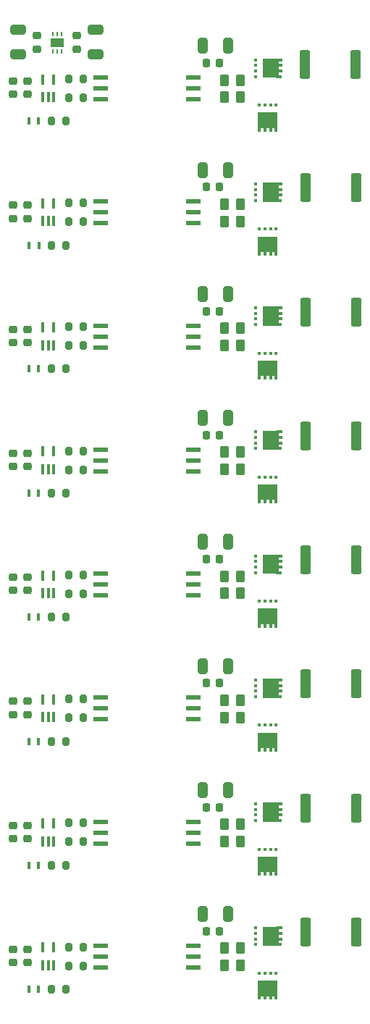
<source format=gbr>
%TF.GenerationSoftware,KiCad,Pcbnew,8.0.5*%
%TF.CreationDate,2024-10-04T12:38:31-05:00*%
%TF.ProjectId,bidirectional_load_switch,62696469-7265-4637-9469-6f6e616c5f6c,rev?*%
%TF.SameCoordinates,Original*%
%TF.FileFunction,Paste,Top*%
%TF.FilePolarity,Positive*%
%FSLAX46Y46*%
G04 Gerber Fmt 4.6, Leading zero omitted, Abs format (unit mm)*
G04 Created by KiCad (PCBNEW 8.0.5) date 2024-10-04 12:38:31*
%MOMM*%
%LPD*%
G01*
G04 APERTURE LIST*
G04 Aperture macros list*
%AMRoundRect*
0 Rectangle with rounded corners*
0 $1 Rounding radius*
0 $2 $3 $4 $5 $6 $7 $8 $9 X,Y pos of 4 corners*
0 Add a 4 corners polygon primitive as box body*
4,1,4,$2,$3,$4,$5,$6,$7,$8,$9,$2,$3,0*
0 Add four circle primitives for the rounded corners*
1,1,$1+$1,$2,$3*
1,1,$1+$1,$4,$5*
1,1,$1+$1,$6,$7*
1,1,$1+$1,$8,$9*
0 Add four rect primitives between the rounded corners*
20,1,$1+$1,$2,$3,$4,$5,0*
20,1,$1+$1,$4,$5,$6,$7,0*
20,1,$1+$1,$6,$7,$8,$9,0*
20,1,$1+$1,$8,$9,$2,$3,0*%
G04 Aperture macros list end*
%ADD10C,0.000000*%
%ADD11R,0.355600X1.168400*%
%ADD12R,1.701800X0.558800*%
%ADD13RoundRect,0.200000X-0.200000X-0.275000X0.200000X-0.275000X0.200000X0.275000X-0.200000X0.275000X0*%
%ADD14RoundRect,0.225000X-0.250000X0.225000X-0.250000X-0.225000X0.250000X-0.225000X0.250000X0.225000X0*%
%ADD15RoundRect,0.250000X-0.262500X-0.450000X0.262500X-0.450000X0.262500X0.450000X-0.262500X0.450000X0*%
%ADD16R,0.304800X0.431800*%
%ADD17R,2.254711X1.805591*%
%ADD18R,0.304800X0.652134*%
%ADD19RoundRect,0.250000X-0.325000X-0.650000X0.325000X-0.650000X0.325000X0.650000X-0.325000X0.650000X0*%
%ADD20RoundRect,0.225000X-0.225000X-0.250000X0.225000X-0.250000X0.225000X0.250000X-0.225000X0.250000X0*%
%ADD21R,0.457200X0.812800*%
%ADD22RoundRect,0.250000X-0.650000X0.325000X-0.650000X-0.325000X0.650000X-0.325000X0.650000X0.325000X0*%
%ADD23RoundRect,0.250000X0.362500X1.425000X-0.362500X1.425000X-0.362500X-1.425000X0.362500X-1.425000X0*%
%ADD24R,0.431800X0.304800*%
%ADD25R,1.805591X2.254711*%
%ADD26R,0.652134X0.304800*%
%ADD27R,0.254000X0.609600*%
%ADD28R,1.549400X1.016000*%
%ADD29RoundRect,0.225000X0.250000X-0.225000X0.250000X0.225000X-0.250000X0.225000X-0.250000X-0.225000X0*%
%ADD30RoundRect,0.250000X0.650000X-0.325000X0.650000X0.325000X-0.650000X0.325000X-0.650000X-0.325000X0*%
G04 APERTURE END LIST*
D10*
%TO.C,U304*%
G36*
X157327379Y-70551000D02*
G01*
X157022579Y-70550901D01*
X157022579Y-70144501D01*
X156677393Y-70144501D01*
X156677393Y-70550901D01*
X156372593Y-70550901D01*
X156372593Y-70144501D01*
X156027407Y-70144501D01*
X156027407Y-70550901D01*
X155722607Y-70550901D01*
X155722607Y-70144501D01*
X155377421Y-70144501D01*
X155377421Y-70550901D01*
X155072621Y-70550901D01*
X155073510Y-68341098D01*
X157326490Y-68341098D01*
X157327379Y-70551000D01*
G37*
%TO.C,U403*%
G36*
X157858860Y-76827553D02*
G01*
X157452460Y-76827553D01*
X157452460Y-77172739D01*
X157858860Y-77172739D01*
X157858860Y-77477539D01*
X157452460Y-77477539D01*
X157452460Y-77822725D01*
X157858860Y-77822725D01*
X157858860Y-78127525D01*
X157452460Y-78127525D01*
X157452460Y-78472711D01*
X157858860Y-78472711D01*
X157858860Y-78777511D01*
X155649057Y-78776622D01*
X155649057Y-76523642D01*
X157858959Y-76522753D01*
X157858860Y-76827553D01*
G37*
%TO.C,U204*%
G36*
X157327379Y-56051000D02*
G01*
X157022579Y-56050901D01*
X157022579Y-55644501D01*
X156677393Y-55644501D01*
X156677393Y-56050901D01*
X156372593Y-56050901D01*
X156372593Y-55644501D01*
X156027407Y-55644501D01*
X156027407Y-56050901D01*
X155722607Y-56050901D01*
X155722607Y-55644501D01*
X155377421Y-55644501D01*
X155377421Y-56050901D01*
X155072621Y-56050901D01*
X155073510Y-53841098D01*
X157326490Y-53841098D01*
X157327379Y-56051000D01*
G37*
%TO.C,U503*%
G36*
X157858860Y-91327553D02*
G01*
X157452460Y-91327553D01*
X157452460Y-91672739D01*
X157858860Y-91672739D01*
X157858860Y-91977539D01*
X157452460Y-91977539D01*
X157452460Y-92322725D01*
X157858860Y-92322725D01*
X157858860Y-92627525D01*
X157452460Y-92627525D01*
X157452460Y-92972711D01*
X157858860Y-92972711D01*
X157858860Y-93277511D01*
X155649057Y-93276622D01*
X155649057Y-91023642D01*
X157858959Y-91022753D01*
X157858860Y-91327553D01*
G37*
%TO.C,U703*%
G36*
X157858860Y-120327553D02*
G01*
X157452460Y-120327553D01*
X157452460Y-120672739D01*
X157858860Y-120672739D01*
X157858860Y-120977539D01*
X157452460Y-120977539D01*
X157452460Y-121322725D01*
X157858860Y-121322725D01*
X157858860Y-121627525D01*
X157452460Y-121627525D01*
X157452460Y-121972711D01*
X157858860Y-121972711D01*
X157858860Y-122277511D01*
X155649057Y-122276622D01*
X155649057Y-120023642D01*
X157858959Y-120022753D01*
X157858860Y-120327553D01*
G37*
%TO.C,U903*%
G36*
X157858860Y-149327553D02*
G01*
X157452460Y-149327553D01*
X157452460Y-149672739D01*
X157858860Y-149672739D01*
X157858860Y-149977539D01*
X157452460Y-149977539D01*
X157452460Y-150322725D01*
X157858860Y-150322725D01*
X157858860Y-150627525D01*
X157452460Y-150627525D01*
X157452460Y-150972711D01*
X157858860Y-150972711D01*
X157858860Y-151277511D01*
X155649057Y-151276622D01*
X155649057Y-149023642D01*
X157858959Y-149022753D01*
X157858860Y-149327553D01*
G37*
%TO.C,U303*%
G36*
X157858860Y-62327553D02*
G01*
X157452460Y-62327553D01*
X157452460Y-62672739D01*
X157858860Y-62672739D01*
X157858860Y-62977539D01*
X157452460Y-62977539D01*
X157452460Y-63322725D01*
X157858860Y-63322725D01*
X157858860Y-63627525D01*
X157452460Y-63627525D01*
X157452460Y-63972711D01*
X157858860Y-63972711D01*
X157858860Y-64277511D01*
X155649057Y-64276622D01*
X155649057Y-62023642D01*
X157858959Y-62022753D01*
X157858860Y-62327553D01*
G37*
%TO.C,U904*%
G36*
X157327379Y-157551000D02*
G01*
X157022579Y-157550901D01*
X157022579Y-157144501D01*
X156677393Y-157144501D01*
X156677393Y-157550901D01*
X156372593Y-157550901D01*
X156372593Y-157144501D01*
X156027407Y-157144501D01*
X156027407Y-157550901D01*
X155722607Y-157550901D01*
X155722607Y-157144501D01*
X155377421Y-157144501D01*
X155377421Y-157550901D01*
X155072621Y-157550901D01*
X155073510Y-155341098D01*
X157326490Y-155341098D01*
X157327379Y-157551000D01*
G37*
%TO.C,U203*%
G36*
X157858860Y-47827553D02*
G01*
X157452460Y-47827553D01*
X157452460Y-48172739D01*
X157858860Y-48172739D01*
X157858860Y-48477539D01*
X157452460Y-48477539D01*
X157452460Y-48822725D01*
X157858860Y-48822725D01*
X157858860Y-49127525D01*
X157452460Y-49127525D01*
X157452460Y-49472711D01*
X157858860Y-49472711D01*
X157858860Y-49777511D01*
X155649057Y-49776622D01*
X155649057Y-47523642D01*
X157858959Y-47522753D01*
X157858860Y-47827553D01*
G37*
%TO.C,U803*%
G36*
X157858860Y-134827553D02*
G01*
X157452460Y-134827553D01*
X157452460Y-135172739D01*
X157858860Y-135172739D01*
X157858860Y-135477539D01*
X157452460Y-135477539D01*
X157452460Y-135822725D01*
X157858860Y-135822725D01*
X157858860Y-136127525D01*
X157452460Y-136127525D01*
X157452460Y-136472711D01*
X157858860Y-136472711D01*
X157858860Y-136777511D01*
X155649057Y-136776622D01*
X155649057Y-134523642D01*
X157858959Y-134522753D01*
X157858860Y-134827553D01*
G37*
%TO.C,U404*%
G36*
X157327379Y-85051000D02*
G01*
X157022579Y-85050901D01*
X157022579Y-84644501D01*
X156677393Y-84644501D01*
X156677393Y-85050901D01*
X156372593Y-85050901D01*
X156372593Y-84644501D01*
X156027407Y-84644501D01*
X156027407Y-85050901D01*
X155722607Y-85050901D01*
X155722607Y-84644501D01*
X155377421Y-84644501D01*
X155377421Y-85050901D01*
X155072621Y-85050901D01*
X155073510Y-82841098D01*
X157326490Y-82841098D01*
X157327379Y-85051000D01*
G37*
%TO.C,U804*%
G36*
X157327379Y-143051000D02*
G01*
X157022579Y-143050901D01*
X157022579Y-142644501D01*
X156677393Y-142644501D01*
X156677393Y-143050901D01*
X156372593Y-143050901D01*
X156372593Y-142644501D01*
X156027407Y-142644501D01*
X156027407Y-143050901D01*
X155722607Y-143050901D01*
X155722607Y-142644501D01*
X155377421Y-142644501D01*
X155377421Y-143050901D01*
X155072621Y-143050901D01*
X155073510Y-140841098D01*
X157326490Y-140841098D01*
X157327379Y-143051000D01*
G37*
%TO.C,U604*%
G36*
X157327379Y-114051000D02*
G01*
X157022579Y-114050901D01*
X157022579Y-113644501D01*
X156677393Y-113644501D01*
X156677393Y-114050901D01*
X156372593Y-114050901D01*
X156372593Y-113644501D01*
X156027407Y-113644501D01*
X156027407Y-114050901D01*
X155722607Y-114050901D01*
X155722607Y-113644501D01*
X155377421Y-113644501D01*
X155377421Y-114050901D01*
X155072621Y-114050901D01*
X155073510Y-111841098D01*
X157326490Y-111841098D01*
X157327379Y-114051000D01*
G37*
%TO.C,U704*%
G36*
X157327379Y-128551000D02*
G01*
X157022579Y-128550901D01*
X157022579Y-128144501D01*
X156677393Y-128144501D01*
X156677393Y-128550901D01*
X156372593Y-128550901D01*
X156372593Y-128144501D01*
X156027407Y-128144501D01*
X156027407Y-128550901D01*
X155722607Y-128550901D01*
X155722607Y-128144501D01*
X155377421Y-128144501D01*
X155377421Y-128550901D01*
X155072621Y-128550901D01*
X155073510Y-126341098D01*
X157326490Y-126341098D01*
X157327379Y-128551000D01*
G37*
%TO.C,U603*%
G36*
X157858860Y-105827553D02*
G01*
X157452460Y-105827553D01*
X157452460Y-106172739D01*
X157858860Y-106172739D01*
X157858860Y-106477539D01*
X157452460Y-106477539D01*
X157452460Y-106822725D01*
X157858860Y-106822725D01*
X157858860Y-107127525D01*
X157452460Y-107127525D01*
X157452460Y-107472711D01*
X157858860Y-107472711D01*
X157858860Y-107777511D01*
X155649057Y-107776622D01*
X155649057Y-105523642D01*
X157858959Y-105522753D01*
X157858860Y-105827553D01*
G37*
%TO.C,U504*%
G36*
X157327379Y-99551000D02*
G01*
X157022579Y-99550901D01*
X157022579Y-99144501D01*
X156677393Y-99144501D01*
X156677393Y-99550901D01*
X156372593Y-99550901D01*
X156372593Y-99144501D01*
X156027407Y-99144501D01*
X156027407Y-99550901D01*
X155722607Y-99550901D01*
X155722607Y-99144501D01*
X155377421Y-99144501D01*
X155377421Y-99550901D01*
X155072621Y-99550901D01*
X155073510Y-97341098D01*
X157326490Y-97341098D01*
X157327379Y-99551000D01*
G37*
%TD*%
D11*
%TO.C,U601*%
X129900001Y-110041400D03*
X130550000Y-110041400D03*
X131199999Y-110041400D03*
X131199999Y-107958600D03*
X129900001Y-107958600D03*
%TD*%
D12*
%TO.C,U502*%
X136702700Y-93242800D03*
X136702700Y-94512800D03*
X136702700Y-95782800D03*
X147472300Y-95782800D03*
X147472300Y-94512800D03*
X147472300Y-93242800D03*
%TD*%
D13*
%TO.C,R901*%
X130925000Y-156350000D03*
X132575000Y-156350000D03*
%TD*%
D14*
%TO.C,C101*%
X133900000Y-44875000D03*
X133900000Y-46425000D03*
%TD*%
D11*
%TO.C,U801*%
X129900001Y-139041400D03*
X130550000Y-139041400D03*
X131199999Y-139041400D03*
X131199999Y-136958600D03*
X129900001Y-136958600D03*
%TD*%
D15*
%TO.C,R605*%
X151137500Y-110050000D03*
X152962500Y-110050000D03*
%TD*%
D14*
%TO.C,C501*%
X126400000Y-93675000D03*
X126400000Y-95225000D03*
%TD*%
D16*
%TO.C,U304*%
X157174979Y-67464999D03*
X156524993Y-67464999D03*
X155875007Y-67464999D03*
X155225021Y-67464999D03*
D17*
X156200132Y-69242041D03*
D18*
X155224989Y-70223995D03*
X156525625Y-70225625D03*
X155874375Y-70225625D03*
X157175011Y-70226067D03*
%TD*%
D11*
%TO.C,U701*%
X129900001Y-124541400D03*
X130550000Y-124541400D03*
X131199999Y-124541400D03*
X131199999Y-122458600D03*
X129900001Y-122458600D03*
%TD*%
D14*
%TO.C,C402*%
X128150000Y-79175000D03*
X128150000Y-80725000D03*
%TD*%
D15*
%TO.C,R404*%
X151137500Y-79050000D03*
X152962500Y-79050000D03*
%TD*%
%TO.C,R204*%
X151137500Y-50050000D03*
X152962500Y-50050000D03*
%TD*%
D12*
%TO.C,U202*%
X136702700Y-49742800D03*
X136702700Y-51012800D03*
X136702700Y-52282800D03*
X147472300Y-52282800D03*
X147472300Y-51012800D03*
X147472300Y-49742800D03*
%TD*%
D13*
%TO.C,R501*%
X130925000Y-98300000D03*
X132575000Y-98300000D03*
%TD*%
D19*
%TO.C,C703*%
X148600000Y-118550000D03*
X151550000Y-118550000D03*
%TD*%
D11*
%TO.C,U901*%
X129900001Y-153541400D03*
X130550000Y-153541400D03*
X131199999Y-153541400D03*
X131199999Y-151458600D03*
X129900001Y-151458600D03*
%TD*%
D12*
%TO.C,U802*%
X136702700Y-136742800D03*
X136702700Y-138012800D03*
X136702700Y-139282800D03*
X147472300Y-139282800D03*
X147472300Y-138012800D03*
X147472300Y-136742800D03*
%TD*%
D19*
%TO.C,C203*%
X148600000Y-46050000D03*
X151550000Y-46050000D03*
%TD*%
D13*
%TO.C,R801*%
X130925000Y-141850000D03*
X132575000Y-141850000D03*
%TD*%
%TO.C,R903*%
X132975000Y-153600000D03*
X134625000Y-153600000D03*
%TD*%
D15*
%TO.C,R205*%
X151137500Y-52050000D03*
X152962500Y-52050000D03*
%TD*%
D13*
%TO.C,R401*%
X130925000Y-83800000D03*
X132575000Y-83800000D03*
%TD*%
%TO.C,R703*%
X132975000Y-124600000D03*
X134625000Y-124600000D03*
%TD*%
D15*
%TO.C,R604*%
X151137500Y-108050000D03*
X152962500Y-108050000D03*
%TD*%
D20*
%TO.C,C304*%
X149000000Y-62550000D03*
X150550000Y-62550000D03*
%TD*%
D21*
%TO.C,LED701*%
X129421500Y-127350000D03*
X128278500Y-127350000D03*
%TD*%
D13*
%TO.C,R502*%
X132975000Y-93400000D03*
X134625000Y-93400000D03*
%TD*%
D21*
%TO.C,LED201*%
X129421500Y-54850000D03*
X128278500Y-54850000D03*
%TD*%
D12*
%TO.C,U402*%
X136702700Y-78742800D03*
X136702700Y-80012800D03*
X136702700Y-81282800D03*
X147472300Y-81282800D03*
X147472300Y-80012800D03*
X147472300Y-78742800D03*
%TD*%
D22*
%TO.C,C102*%
X136050000Y-44125000D03*
X136050000Y-47075000D03*
%TD*%
D20*
%TO.C,C904*%
X149000000Y-149550000D03*
X150550000Y-149550000D03*
%TD*%
D13*
%TO.C,R803*%
X132975000Y-139100000D03*
X134625000Y-139100000D03*
%TD*%
D19*
%TO.C,C403*%
X148600000Y-75050000D03*
X151550000Y-75050000D03*
%TD*%
D15*
%TO.C,R405*%
X151137500Y-81050000D03*
X152962500Y-81050000D03*
%TD*%
%TO.C,R704*%
X151137500Y-122550000D03*
X152962500Y-122550000D03*
%TD*%
D19*
%TO.C,C803*%
X148600000Y-133050000D03*
X151550000Y-133050000D03*
%TD*%
D20*
%TO.C,C804*%
X149000000Y-135050000D03*
X150550000Y-135050000D03*
%TD*%
D23*
%TO.C,RS105*%
X166512500Y-106150000D03*
X160587500Y-106150000D03*
%TD*%
D24*
%TO.C,U403*%
X154772958Y-76675153D03*
X154772958Y-77325139D03*
X154772958Y-77975125D03*
X154772958Y-78625111D03*
D25*
X156550000Y-77650000D03*
D26*
X157531954Y-78625143D03*
X157533584Y-77324507D03*
X157533584Y-77975757D03*
X157534026Y-76675121D03*
%TD*%
D16*
%TO.C,U204*%
X157174979Y-52964999D03*
X156524993Y-52964999D03*
X155875007Y-52964999D03*
X155225021Y-52964999D03*
D17*
X156200132Y-54742041D03*
D18*
X155224989Y-55723995D03*
X156525625Y-55725625D03*
X155874375Y-55725625D03*
X157175011Y-55726067D03*
%TD*%
D24*
%TO.C,U503*%
X154772958Y-91175153D03*
X154772958Y-91825139D03*
X154772958Y-92475125D03*
X154772958Y-93125111D03*
D25*
X156550000Y-92150000D03*
D26*
X157531954Y-93125143D03*
X157533584Y-91824507D03*
X157533584Y-92475757D03*
X157534026Y-91175121D03*
%TD*%
D21*
%TO.C,LED801*%
X129421500Y-141850000D03*
X128278500Y-141850000D03*
%TD*%
D23*
%TO.C,RS108*%
X166512500Y-149650000D03*
X160587500Y-149650000D03*
%TD*%
D21*
%TO.C,LED601*%
X129421500Y-112850000D03*
X128278500Y-112850000D03*
%TD*%
D14*
%TO.C,C802*%
X128150000Y-137175000D03*
X128150000Y-138725000D03*
%TD*%
D20*
%TO.C,C504*%
X149000000Y-91550000D03*
X150550000Y-91550000D03*
%TD*%
D24*
%TO.C,U703*%
X154772958Y-120175153D03*
X154772958Y-120825139D03*
X154772958Y-121475125D03*
X154772958Y-122125111D03*
D25*
X156550000Y-121150000D03*
D26*
X157531954Y-122125143D03*
X157533584Y-120824507D03*
X157533584Y-121475757D03*
X157534026Y-120175121D03*
%TD*%
D14*
%TO.C,C301*%
X126400000Y-64675000D03*
X126400000Y-66225000D03*
%TD*%
D11*
%TO.C,U201*%
X129900001Y-52041400D03*
X130550000Y-52041400D03*
X131199999Y-52041400D03*
X131199999Y-49958600D03*
X129900001Y-49958600D03*
%TD*%
D14*
%TO.C,C701*%
X126400000Y-122675000D03*
X126400000Y-124225000D03*
%TD*%
D23*
%TO.C,RS103*%
X166512500Y-77150000D03*
X160587500Y-77150000D03*
%TD*%
%TO.C,RS106*%
X166512500Y-120650000D03*
X160587500Y-120650000D03*
%TD*%
D13*
%TO.C,R403*%
X132975000Y-81100000D03*
X134625000Y-81100000D03*
%TD*%
D19*
%TO.C,C503*%
X148600000Y-89550000D03*
X151550000Y-89550000D03*
%TD*%
D13*
%TO.C,R303*%
X132975000Y-66600000D03*
X134625000Y-66600000D03*
%TD*%
D15*
%TO.C,R505*%
X151137500Y-95550000D03*
X152962500Y-95550000D03*
%TD*%
D24*
%TO.C,U903*%
X154772958Y-149175153D03*
X154772958Y-149825139D03*
X154772958Y-150475125D03*
X154772958Y-151125111D03*
D25*
X156550000Y-150150000D03*
D26*
X157531954Y-151125143D03*
X157533584Y-149824507D03*
X157533584Y-150475757D03*
X157534026Y-149175121D03*
%TD*%
D13*
%TO.C,R701*%
X130925000Y-127350000D03*
X132575000Y-127350000D03*
%TD*%
D15*
%TO.C,R904*%
X151137500Y-151550000D03*
X152962500Y-151550000D03*
%TD*%
D24*
%TO.C,U303*%
X154772958Y-62175153D03*
X154772958Y-62825139D03*
X154772958Y-63475125D03*
X154772958Y-64125111D03*
D25*
X156550000Y-63150000D03*
D26*
X157531954Y-64125143D03*
X157533584Y-62824507D03*
X157533584Y-63475757D03*
X157534026Y-62175121D03*
%TD*%
D11*
%TO.C,U301*%
X129900001Y-66541400D03*
X130550000Y-66541400D03*
X131199999Y-66541400D03*
X131199999Y-64458600D03*
X129900001Y-64458600D03*
%TD*%
D13*
%TO.C,R602*%
X132975000Y-107900000D03*
X134625000Y-107900000D03*
%TD*%
D23*
%TO.C,RS101*%
X166462500Y-48250000D03*
X160537500Y-48250000D03*
%TD*%
D14*
%TO.C,C902*%
X128150000Y-151675000D03*
X128150000Y-153225000D03*
%TD*%
D27*
%TO.C,U101*%
X131049874Y-46653300D03*
X131550000Y-46653300D03*
X132050126Y-46653300D03*
X132050126Y-44646700D03*
X131550000Y-44646700D03*
X131049874Y-44646700D03*
D28*
X131550000Y-45650000D03*
%TD*%
D13*
%TO.C,R603*%
X132975000Y-110100000D03*
X134625000Y-110100000D03*
%TD*%
D19*
%TO.C,C603*%
X148600000Y-104050000D03*
X151550000Y-104050000D03*
%TD*%
D16*
%TO.C,U904*%
X157174979Y-154464999D03*
X156524993Y-154464999D03*
X155875007Y-154464999D03*
X155225021Y-154464999D03*
D17*
X156200132Y-156242041D03*
D18*
X155224989Y-157223995D03*
X156525625Y-157225625D03*
X155874375Y-157225625D03*
X157175011Y-157226067D03*
%TD*%
D14*
%TO.C,C401*%
X126400000Y-79175000D03*
X126400000Y-80725000D03*
%TD*%
D21*
%TO.C,LED501*%
X129421500Y-98300000D03*
X128278500Y-98300000D03*
%TD*%
D13*
%TO.C,R302*%
X132975000Y-64400000D03*
X134625000Y-64400000D03*
%TD*%
D12*
%TO.C,U902*%
X136702700Y-151242800D03*
X136702700Y-152512800D03*
X136702700Y-153782800D03*
X147472300Y-153782800D03*
X147472300Y-152512800D03*
X147472300Y-151242800D03*
%TD*%
D20*
%TO.C,C204*%
X149000000Y-48050000D03*
X150550000Y-48050000D03*
%TD*%
D13*
%TO.C,R503*%
X132975000Y-95600000D03*
X134625000Y-95600000D03*
%TD*%
D15*
%TO.C,R905*%
X151137500Y-153550000D03*
X152962500Y-153550000D03*
%TD*%
D14*
%TO.C,C302*%
X128150000Y-64675000D03*
X128150000Y-66225000D03*
%TD*%
D21*
%TO.C,LED301*%
X129432550Y-69350000D03*
X128289550Y-69350000D03*
%TD*%
%TO.C,LED401*%
X129418000Y-83800000D03*
X128275000Y-83800000D03*
%TD*%
D14*
%TO.C,C502*%
X128150000Y-93675000D03*
X128150000Y-95225000D03*
%TD*%
D24*
%TO.C,U203*%
X154772958Y-47675153D03*
X154772958Y-48325139D03*
X154772958Y-48975125D03*
X154772958Y-49625111D03*
D25*
X156550000Y-48650000D03*
D26*
X157531954Y-49625143D03*
X157533584Y-48324507D03*
X157533584Y-48975757D03*
X157534026Y-47675121D03*
%TD*%
D24*
%TO.C,U803*%
X154772958Y-134675153D03*
X154772958Y-135325139D03*
X154772958Y-135975125D03*
X154772958Y-136625111D03*
D25*
X156550000Y-135650000D03*
D26*
X157531954Y-136625143D03*
X157533584Y-135324507D03*
X157533584Y-135975757D03*
X157534026Y-134675121D03*
%TD*%
D14*
%TO.C,C601*%
X126400000Y-108175000D03*
X126400000Y-109725000D03*
%TD*%
D15*
%TO.C,R804*%
X151137500Y-137050000D03*
X152962500Y-137050000D03*
%TD*%
D14*
%TO.C,C702*%
X128150000Y-122675000D03*
X128150000Y-124225000D03*
%TD*%
D16*
%TO.C,U404*%
X157174979Y-81964999D03*
X156524993Y-81964999D03*
X155875007Y-81964999D03*
X155225021Y-81964999D03*
D17*
X156200132Y-83742041D03*
D18*
X155224989Y-84723995D03*
X156525625Y-84725625D03*
X155874375Y-84725625D03*
X157175011Y-84726067D03*
%TD*%
D13*
%TO.C,R802*%
X132975000Y-136900000D03*
X134625000Y-136900000D03*
%TD*%
D16*
%TO.C,U804*%
X157174979Y-139964999D03*
X156524993Y-139964999D03*
X155875007Y-139964999D03*
X155225021Y-139964999D03*
D17*
X156200132Y-141742041D03*
D18*
X155224989Y-142723995D03*
X156525625Y-142725625D03*
X155874375Y-142725625D03*
X157175011Y-142726067D03*
%TD*%
D14*
%TO.C,C602*%
X128150000Y-108175000D03*
X128150000Y-109725000D03*
%TD*%
D15*
%TO.C,R805*%
X151137500Y-139050000D03*
X152962500Y-139050000D03*
%TD*%
D13*
%TO.C,R201*%
X130925000Y-54850000D03*
X132575000Y-54850000D03*
%TD*%
D16*
%TO.C,U604*%
X157174979Y-110964999D03*
X156524993Y-110964999D03*
X155875007Y-110964999D03*
X155225021Y-110964999D03*
D17*
X156200132Y-112742041D03*
D18*
X155224989Y-113723995D03*
X156525625Y-113725625D03*
X155874375Y-113725625D03*
X157175011Y-113726067D03*
%TD*%
D13*
%TO.C,R202*%
X132975000Y-49900000D03*
X134625000Y-49900000D03*
%TD*%
D14*
%TO.C,C801*%
X126400000Y-137175000D03*
X126400000Y-138725000D03*
%TD*%
D15*
%TO.C,R504*%
X151137500Y-93550000D03*
X152962500Y-93550000D03*
%TD*%
D23*
%TO.C,RS104*%
X166512500Y-91650000D03*
X160587500Y-91650000D03*
%TD*%
D21*
%TO.C,LED901*%
X129421500Y-156350000D03*
X128278500Y-156350000D03*
%TD*%
D13*
%TO.C,R601*%
X130925000Y-112850000D03*
X132575000Y-112850000D03*
%TD*%
D12*
%TO.C,U702*%
X136702700Y-122242800D03*
X136702700Y-123512800D03*
X136702700Y-124782800D03*
X147472300Y-124782800D03*
X147472300Y-123512800D03*
X147472300Y-122242800D03*
%TD*%
D13*
%TO.C,R402*%
X132975000Y-78900000D03*
X134625000Y-78900000D03*
%TD*%
D14*
%TO.C,C202*%
X128150000Y-50175000D03*
X128150000Y-51725000D03*
%TD*%
D15*
%TO.C,R705*%
X151137500Y-124550000D03*
X152962500Y-124550000D03*
%TD*%
D11*
%TO.C,U501*%
X129900001Y-95541400D03*
X130550000Y-95541400D03*
X131199999Y-95541400D03*
X131199999Y-93458600D03*
X129900001Y-93458600D03*
%TD*%
D16*
%TO.C,U704*%
X157174979Y-125464999D03*
X156524993Y-125464999D03*
X155875007Y-125464999D03*
X155225021Y-125464999D03*
D17*
X156200132Y-127242041D03*
D18*
X155224989Y-128223995D03*
X156525625Y-128225625D03*
X155874375Y-128225625D03*
X157175011Y-128226067D03*
%TD*%
D19*
%TO.C,C303*%
X148600000Y-60550000D03*
X151550000Y-60550000D03*
%TD*%
D20*
%TO.C,C704*%
X149000000Y-120550000D03*
X150550000Y-120550000D03*
%TD*%
D11*
%TO.C,U401*%
X129900001Y-81041400D03*
X130550000Y-81041400D03*
X131199999Y-81041400D03*
X131199999Y-78958600D03*
X129900001Y-78958600D03*
%TD*%
D13*
%TO.C,R902*%
X132975000Y-151400000D03*
X134625000Y-151400000D03*
%TD*%
D29*
%TO.C,C104*%
X129200000Y-46425000D03*
X129200000Y-44875000D03*
%TD*%
D19*
%TO.C,C903*%
X148600000Y-147550000D03*
X151550000Y-147550000D03*
%TD*%
D30*
%TO.C,C103*%
X127050000Y-47075000D03*
X127050000Y-44125000D03*
%TD*%
D24*
%TO.C,U603*%
X154772958Y-105675153D03*
X154772958Y-106325139D03*
X154772958Y-106975125D03*
X154772958Y-107625111D03*
D25*
X156550000Y-106650000D03*
D26*
X157531954Y-107625143D03*
X157533584Y-106324507D03*
X157533584Y-106975757D03*
X157534026Y-105675121D03*
%TD*%
D14*
%TO.C,C901*%
X126400000Y-151675000D03*
X126400000Y-153225000D03*
%TD*%
D20*
%TO.C,C404*%
X149000000Y-77050000D03*
X150550000Y-77050000D03*
%TD*%
D13*
%TO.C,R301*%
X130936050Y-69350000D03*
X132586050Y-69350000D03*
%TD*%
D12*
%TO.C,U302*%
X136702700Y-64242800D03*
X136702700Y-65512800D03*
X136702700Y-66782800D03*
X147472300Y-66782800D03*
X147472300Y-65512800D03*
X147472300Y-64242800D03*
%TD*%
D13*
%TO.C,R702*%
X132975000Y-122400000D03*
X134625000Y-122400000D03*
%TD*%
D15*
%TO.C,R304*%
X151137500Y-64550000D03*
X152962500Y-64550000D03*
%TD*%
D13*
%TO.C,R203*%
X132975000Y-52100000D03*
X134625000Y-52100000D03*
%TD*%
D20*
%TO.C,C604*%
X149000000Y-106050000D03*
X150550000Y-106050000D03*
%TD*%
D16*
%TO.C,U504*%
X157174979Y-96464999D03*
X156524993Y-96464999D03*
X155875007Y-96464999D03*
X155225021Y-96464999D03*
D17*
X156200132Y-98242041D03*
D18*
X155224989Y-99223995D03*
X156525625Y-99225625D03*
X155874375Y-99225625D03*
X157175011Y-99226067D03*
%TD*%
D14*
%TO.C,C201*%
X126400000Y-50175000D03*
X126400000Y-51725000D03*
%TD*%
D12*
%TO.C,U602*%
X136702700Y-107742800D03*
X136702700Y-109012800D03*
X136702700Y-110282800D03*
X147472300Y-110282800D03*
X147472300Y-109012800D03*
X147472300Y-107742800D03*
%TD*%
D23*
%TO.C,RS107*%
X166512500Y-135150000D03*
X160587500Y-135150000D03*
%TD*%
%TO.C,RS102*%
X166512500Y-62650000D03*
X160587500Y-62650000D03*
%TD*%
D15*
%TO.C,R305*%
X151137500Y-66550000D03*
X152962500Y-66550000D03*
%TD*%
M02*

</source>
